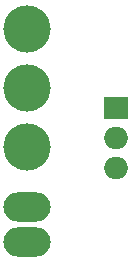
<source format=gbr>
G04 #@! TF.GenerationSoftware,KiCad,Pcbnew,8.0.0*
G04 #@! TF.CreationDate,2024-06-05T07:53:31-07:00*
G04 #@! TF.ProjectId,sim_switch,73696d5f-7377-4697-9463-682e6b696361,rev?*
G04 #@! TF.SameCoordinates,Original*
G04 #@! TF.FileFunction,Copper,L2,Bot*
G04 #@! TF.FilePolarity,Positive*
%FSLAX46Y46*%
G04 Gerber Fmt 4.6, Leading zero omitted, Abs format (unit mm)*
G04 Created by KiCad (PCBNEW 8.0.0) date 2024-06-05 07:53:31*
%MOMM*%
%LPD*%
G01*
G04 APERTURE LIST*
G04 #@! TA.AperFunction,ComponentPad*
%ADD10O,4.000000X2.500000*%
G04 #@! TD*
G04 #@! TA.AperFunction,ComponentPad*
%ADD11C,4.000000*%
G04 #@! TD*
G04 #@! TA.AperFunction,ComponentPad*
%ADD12R,2.000000X1.905000*%
G04 #@! TD*
G04 #@! TA.AperFunction,ComponentPad*
%ADD13O,2.000000X1.905000*%
G04 #@! TD*
G04 APERTURE END LIST*
D10*
X145000000Y-85000000D03*
X145000000Y-82000000D03*
D11*
X145000000Y-77000000D03*
X145000000Y-72000000D03*
X145000000Y-67000000D03*
D12*
X152555000Y-73660000D03*
D13*
X152555000Y-76200000D03*
X152555000Y-78740000D03*
M02*

</source>
